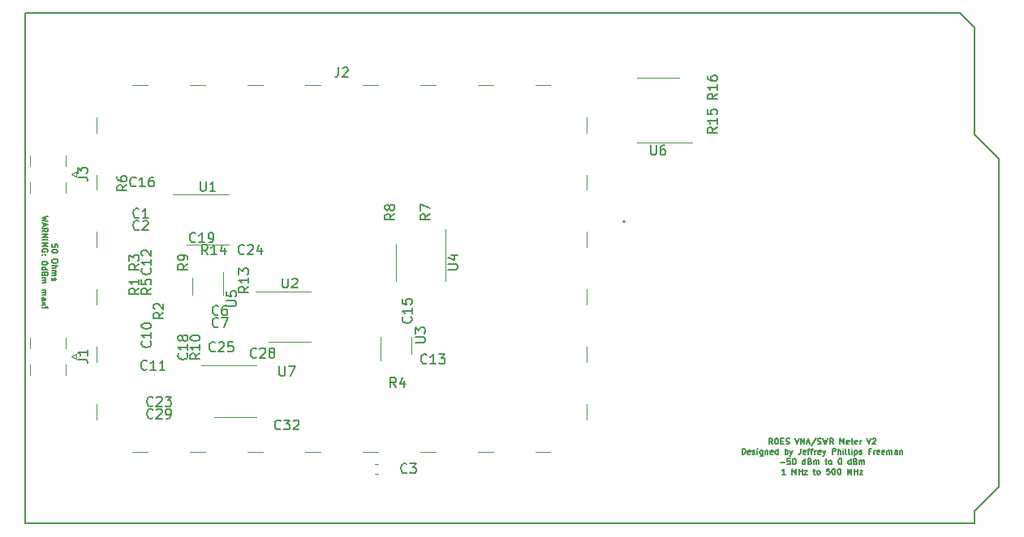
<source format=gbr>
%TF.GenerationSoftware,KiCad,Pcbnew,5.1.6*%
%TF.CreationDate,2020-09-04T11:32:19-04:00*%
%TF.ProjectId,rf-analyzer,72662d61-6e61-46c7-997a-65722e6b6963,rev?*%
%TF.SameCoordinates,Original*%
%TF.FileFunction,Legend,Top*%
%TF.FilePolarity,Positive*%
%FSLAX46Y46*%
G04 Gerber Fmt 4.6, Leading zero omitted, Abs format (unit mm)*
G04 Created by KiCad (PCBNEW 5.1.6) date 2020-09-04 11:32:19*
%MOMM*%
%LPD*%
G01*
G04 APERTURE LIST*
%ADD10C,0.150000*%
%ADD11C,0.120000*%
G04 APERTURE END LIST*
D10*
X103723571Y-103175000D02*
X103723571Y-102889285D01*
X103437857Y-102860714D01*
X103466428Y-102889285D01*
X103495000Y-102946428D01*
X103495000Y-103089285D01*
X103466428Y-103146428D01*
X103437857Y-103175000D01*
X103380714Y-103203571D01*
X103237857Y-103203571D01*
X103180714Y-103175000D01*
X103152142Y-103146428D01*
X103123571Y-103089285D01*
X103123571Y-102946428D01*
X103152142Y-102889285D01*
X103180714Y-102860714D01*
X103723571Y-103575000D02*
X103723571Y-103632142D01*
X103695000Y-103689285D01*
X103666428Y-103717857D01*
X103609285Y-103746428D01*
X103495000Y-103775000D01*
X103352142Y-103775000D01*
X103237857Y-103746428D01*
X103180714Y-103717857D01*
X103152142Y-103689285D01*
X103123571Y-103632142D01*
X103123571Y-103575000D01*
X103152142Y-103517857D01*
X103180714Y-103489285D01*
X103237857Y-103460714D01*
X103352142Y-103432142D01*
X103495000Y-103432142D01*
X103609285Y-103460714D01*
X103666428Y-103489285D01*
X103695000Y-103517857D01*
X103723571Y-103575000D01*
X103723571Y-104603571D02*
X103723571Y-104717857D01*
X103695000Y-104775000D01*
X103637857Y-104832142D01*
X103523571Y-104860714D01*
X103323571Y-104860714D01*
X103209285Y-104832142D01*
X103152142Y-104775000D01*
X103123571Y-104717857D01*
X103123571Y-104603571D01*
X103152142Y-104546428D01*
X103209285Y-104489285D01*
X103323571Y-104460714D01*
X103523571Y-104460714D01*
X103637857Y-104489285D01*
X103695000Y-104546428D01*
X103723571Y-104603571D01*
X103123571Y-105117857D02*
X103723571Y-105117857D01*
X103123571Y-105375000D02*
X103437857Y-105375000D01*
X103495000Y-105346428D01*
X103523571Y-105289285D01*
X103523571Y-105203571D01*
X103495000Y-105146428D01*
X103466428Y-105117857D01*
X103123571Y-105660714D02*
X103523571Y-105660714D01*
X103466428Y-105660714D02*
X103495000Y-105689285D01*
X103523571Y-105746428D01*
X103523571Y-105832142D01*
X103495000Y-105889285D01*
X103437857Y-105917857D01*
X103123571Y-105917857D01*
X103437857Y-105917857D02*
X103495000Y-105946428D01*
X103523571Y-106003571D01*
X103523571Y-106089285D01*
X103495000Y-106146428D01*
X103437857Y-106175000D01*
X103123571Y-106175000D01*
X103152142Y-106432142D02*
X103123571Y-106489285D01*
X103123571Y-106603571D01*
X103152142Y-106660714D01*
X103209285Y-106689285D01*
X103237857Y-106689285D01*
X103295000Y-106660714D01*
X103323571Y-106603571D01*
X103323571Y-106517857D01*
X103352142Y-106460714D01*
X103409285Y-106432142D01*
X103437857Y-106432142D01*
X103495000Y-106460714D01*
X103523571Y-106517857D01*
X103523571Y-106603571D01*
X103495000Y-106660714D01*
X102673571Y-99975000D02*
X102073571Y-100117857D01*
X102502142Y-100232142D01*
X102073571Y-100346428D01*
X102673571Y-100489285D01*
X102245000Y-100689285D02*
X102245000Y-100975000D01*
X102073571Y-100632142D02*
X102673571Y-100832142D01*
X102073571Y-101032142D01*
X102073571Y-101575000D02*
X102359285Y-101375000D01*
X102073571Y-101232142D02*
X102673571Y-101232142D01*
X102673571Y-101460714D01*
X102645000Y-101517857D01*
X102616428Y-101546428D01*
X102559285Y-101575000D01*
X102473571Y-101575000D01*
X102416428Y-101546428D01*
X102387857Y-101517857D01*
X102359285Y-101460714D01*
X102359285Y-101232142D01*
X102073571Y-101832142D02*
X102673571Y-101832142D01*
X102073571Y-102175000D01*
X102673571Y-102175000D01*
X102073571Y-102460714D02*
X102673571Y-102460714D01*
X102073571Y-102746428D02*
X102673571Y-102746428D01*
X102073571Y-103089285D01*
X102673571Y-103089285D01*
X102645000Y-103689285D02*
X102673571Y-103632142D01*
X102673571Y-103546428D01*
X102645000Y-103460714D01*
X102587857Y-103403571D01*
X102530714Y-103375000D01*
X102416428Y-103346428D01*
X102330714Y-103346428D01*
X102216428Y-103375000D01*
X102159285Y-103403571D01*
X102102142Y-103460714D01*
X102073571Y-103546428D01*
X102073571Y-103603571D01*
X102102142Y-103689285D01*
X102130714Y-103717857D01*
X102330714Y-103717857D01*
X102330714Y-103603571D01*
X102130714Y-103975000D02*
X102102142Y-104003571D01*
X102073571Y-103975000D01*
X102102142Y-103946428D01*
X102130714Y-103975000D01*
X102073571Y-103975000D01*
X102445000Y-103975000D02*
X102416428Y-104003571D01*
X102387857Y-103975000D01*
X102416428Y-103946428D01*
X102445000Y-103975000D01*
X102387857Y-103975000D01*
X102673571Y-104832142D02*
X102673571Y-104889285D01*
X102645000Y-104946428D01*
X102616428Y-104975000D01*
X102559285Y-105003571D01*
X102445000Y-105032142D01*
X102302142Y-105032142D01*
X102187857Y-105003571D01*
X102130714Y-104975000D01*
X102102142Y-104946428D01*
X102073571Y-104889285D01*
X102073571Y-104832142D01*
X102102142Y-104775000D01*
X102130714Y-104746428D01*
X102187857Y-104717857D01*
X102302142Y-104689285D01*
X102445000Y-104689285D01*
X102559285Y-104717857D01*
X102616428Y-104746428D01*
X102645000Y-104775000D01*
X102673571Y-104832142D01*
X102073571Y-105546428D02*
X102673571Y-105546428D01*
X102102142Y-105546428D02*
X102073571Y-105489285D01*
X102073571Y-105375000D01*
X102102142Y-105317857D01*
X102130714Y-105289285D01*
X102187857Y-105260714D01*
X102359285Y-105260714D01*
X102416428Y-105289285D01*
X102445000Y-105317857D01*
X102473571Y-105375000D01*
X102473571Y-105489285D01*
X102445000Y-105546428D01*
X102387857Y-106032142D02*
X102359285Y-106117857D01*
X102330714Y-106146428D01*
X102273571Y-106175000D01*
X102187857Y-106175000D01*
X102130714Y-106146428D01*
X102102142Y-106117857D01*
X102073571Y-106060714D01*
X102073571Y-105832142D01*
X102673571Y-105832142D01*
X102673571Y-106032142D01*
X102645000Y-106089285D01*
X102616428Y-106117857D01*
X102559285Y-106146428D01*
X102502142Y-106146428D01*
X102445000Y-106117857D01*
X102416428Y-106089285D01*
X102387857Y-106032142D01*
X102387857Y-105832142D01*
X102073571Y-106432142D02*
X102473571Y-106432142D01*
X102416428Y-106432142D02*
X102445000Y-106460714D01*
X102473571Y-106517857D01*
X102473571Y-106603571D01*
X102445000Y-106660714D01*
X102387857Y-106689285D01*
X102073571Y-106689285D01*
X102387857Y-106689285D02*
X102445000Y-106717857D01*
X102473571Y-106775000D01*
X102473571Y-106860714D01*
X102445000Y-106917857D01*
X102387857Y-106946428D01*
X102073571Y-106946428D01*
X102073571Y-107689285D02*
X102473571Y-107689285D01*
X102416428Y-107689285D02*
X102445000Y-107717857D01*
X102473571Y-107775000D01*
X102473571Y-107860714D01*
X102445000Y-107917857D01*
X102387857Y-107946428D01*
X102073571Y-107946428D01*
X102387857Y-107946428D02*
X102445000Y-107975000D01*
X102473571Y-108032142D01*
X102473571Y-108117857D01*
X102445000Y-108175000D01*
X102387857Y-108203571D01*
X102073571Y-108203571D01*
X102073571Y-108746428D02*
X102387857Y-108746428D01*
X102445000Y-108717857D01*
X102473571Y-108660714D01*
X102473571Y-108546428D01*
X102445000Y-108489285D01*
X102102142Y-108746428D02*
X102073571Y-108689285D01*
X102073571Y-108546428D01*
X102102142Y-108489285D01*
X102159285Y-108460714D01*
X102216428Y-108460714D01*
X102273571Y-108489285D01*
X102302142Y-108546428D01*
X102302142Y-108689285D01*
X102330714Y-108746428D01*
X102073571Y-108975000D02*
X102473571Y-109289285D01*
X102473571Y-108975000D02*
X102073571Y-109289285D01*
X102130714Y-109517857D02*
X102102142Y-109546428D01*
X102073571Y-109517857D01*
X102102142Y-109489285D01*
X102130714Y-109517857D01*
X102073571Y-109517857D01*
X102302142Y-109517857D02*
X102645000Y-109489285D01*
X102673571Y-109517857D01*
X102645000Y-109546428D01*
X102302142Y-109517857D01*
X102673571Y-109517857D01*
X178315000Y-123791428D02*
X178115000Y-123505714D01*
X177972142Y-123791428D02*
X177972142Y-123191428D01*
X178200714Y-123191428D01*
X178257857Y-123220000D01*
X178286428Y-123248571D01*
X178315000Y-123305714D01*
X178315000Y-123391428D01*
X178286428Y-123448571D01*
X178257857Y-123477142D01*
X178200714Y-123505714D01*
X177972142Y-123505714D01*
X178686428Y-123191428D02*
X178800714Y-123191428D01*
X178857857Y-123220000D01*
X178915000Y-123277142D01*
X178943571Y-123391428D01*
X178943571Y-123591428D01*
X178915000Y-123705714D01*
X178857857Y-123762857D01*
X178800714Y-123791428D01*
X178686428Y-123791428D01*
X178629285Y-123762857D01*
X178572142Y-123705714D01*
X178543571Y-123591428D01*
X178543571Y-123391428D01*
X178572142Y-123277142D01*
X178629285Y-123220000D01*
X178686428Y-123191428D01*
X179200714Y-123477142D02*
X179400714Y-123477142D01*
X179486428Y-123791428D02*
X179200714Y-123791428D01*
X179200714Y-123191428D01*
X179486428Y-123191428D01*
X179715000Y-123762857D02*
X179800714Y-123791428D01*
X179943571Y-123791428D01*
X180000714Y-123762857D01*
X180029285Y-123734285D01*
X180057857Y-123677142D01*
X180057857Y-123620000D01*
X180029285Y-123562857D01*
X180000714Y-123534285D01*
X179943571Y-123505714D01*
X179829285Y-123477142D01*
X179772142Y-123448571D01*
X179743571Y-123420000D01*
X179715000Y-123362857D01*
X179715000Y-123305714D01*
X179743571Y-123248571D01*
X179772142Y-123220000D01*
X179829285Y-123191428D01*
X179972142Y-123191428D01*
X180057857Y-123220000D01*
X180686428Y-123191428D02*
X180886428Y-123791428D01*
X181086428Y-123191428D01*
X181286428Y-123791428D02*
X181286428Y-123191428D01*
X181629285Y-123791428D01*
X181629285Y-123191428D01*
X181886428Y-123620000D02*
X182172142Y-123620000D01*
X181829285Y-123791428D02*
X182029285Y-123191428D01*
X182229285Y-123791428D01*
X182857857Y-123162857D02*
X182343571Y-123934285D01*
X183029285Y-123762857D02*
X183115000Y-123791428D01*
X183257857Y-123791428D01*
X183315000Y-123762857D01*
X183343571Y-123734285D01*
X183372142Y-123677142D01*
X183372142Y-123620000D01*
X183343571Y-123562857D01*
X183315000Y-123534285D01*
X183257857Y-123505714D01*
X183143571Y-123477142D01*
X183086428Y-123448571D01*
X183057857Y-123420000D01*
X183029285Y-123362857D01*
X183029285Y-123305714D01*
X183057857Y-123248571D01*
X183086428Y-123220000D01*
X183143571Y-123191428D01*
X183286428Y-123191428D01*
X183372142Y-123220000D01*
X183572142Y-123191428D02*
X183715000Y-123791428D01*
X183829285Y-123362857D01*
X183943571Y-123791428D01*
X184086428Y-123191428D01*
X184657857Y-123791428D02*
X184457857Y-123505714D01*
X184315000Y-123791428D02*
X184315000Y-123191428D01*
X184543571Y-123191428D01*
X184600714Y-123220000D01*
X184629285Y-123248571D01*
X184657857Y-123305714D01*
X184657857Y-123391428D01*
X184629285Y-123448571D01*
X184600714Y-123477142D01*
X184543571Y-123505714D01*
X184315000Y-123505714D01*
X185372142Y-123791428D02*
X185372142Y-123191428D01*
X185572142Y-123620000D01*
X185772142Y-123191428D01*
X185772142Y-123791428D01*
X186286428Y-123762857D02*
X186229285Y-123791428D01*
X186115000Y-123791428D01*
X186057857Y-123762857D01*
X186029285Y-123705714D01*
X186029285Y-123477142D01*
X186057857Y-123420000D01*
X186115000Y-123391428D01*
X186229285Y-123391428D01*
X186286428Y-123420000D01*
X186315000Y-123477142D01*
X186315000Y-123534285D01*
X186029285Y-123591428D01*
X186486428Y-123391428D02*
X186715000Y-123391428D01*
X186572142Y-123191428D02*
X186572142Y-123705714D01*
X186600714Y-123762857D01*
X186657857Y-123791428D01*
X186715000Y-123791428D01*
X187143571Y-123762857D02*
X187086428Y-123791428D01*
X186972142Y-123791428D01*
X186915000Y-123762857D01*
X186886428Y-123705714D01*
X186886428Y-123477142D01*
X186915000Y-123420000D01*
X186972142Y-123391428D01*
X187086428Y-123391428D01*
X187143571Y-123420000D01*
X187172142Y-123477142D01*
X187172142Y-123534285D01*
X186886428Y-123591428D01*
X187429285Y-123791428D02*
X187429285Y-123391428D01*
X187429285Y-123505714D02*
X187457857Y-123448571D01*
X187486428Y-123420000D01*
X187543571Y-123391428D01*
X187600714Y-123391428D01*
X188172142Y-123191428D02*
X188372142Y-123791428D01*
X188572142Y-123191428D01*
X188743571Y-123248571D02*
X188772142Y-123220000D01*
X188829285Y-123191428D01*
X188972142Y-123191428D01*
X189029285Y-123220000D01*
X189057857Y-123248571D01*
X189086428Y-123305714D01*
X189086428Y-123362857D01*
X189057857Y-123448571D01*
X188715000Y-123791428D01*
X189086428Y-123791428D01*
X175143571Y-124841428D02*
X175143571Y-124241428D01*
X175286428Y-124241428D01*
X175372142Y-124270000D01*
X175429285Y-124327142D01*
X175457857Y-124384285D01*
X175486428Y-124498571D01*
X175486428Y-124584285D01*
X175457857Y-124698571D01*
X175429285Y-124755714D01*
X175372142Y-124812857D01*
X175286428Y-124841428D01*
X175143571Y-124841428D01*
X175972142Y-124812857D02*
X175915000Y-124841428D01*
X175800714Y-124841428D01*
X175743571Y-124812857D01*
X175715000Y-124755714D01*
X175715000Y-124527142D01*
X175743571Y-124470000D01*
X175800714Y-124441428D01*
X175915000Y-124441428D01*
X175972142Y-124470000D01*
X176000714Y-124527142D01*
X176000714Y-124584285D01*
X175715000Y-124641428D01*
X176229285Y-124812857D02*
X176286428Y-124841428D01*
X176400714Y-124841428D01*
X176457857Y-124812857D01*
X176486428Y-124755714D01*
X176486428Y-124727142D01*
X176457857Y-124670000D01*
X176400714Y-124641428D01*
X176315000Y-124641428D01*
X176257857Y-124612857D01*
X176229285Y-124555714D01*
X176229285Y-124527142D01*
X176257857Y-124470000D01*
X176315000Y-124441428D01*
X176400714Y-124441428D01*
X176457857Y-124470000D01*
X176743571Y-124841428D02*
X176743571Y-124441428D01*
X176743571Y-124241428D02*
X176715000Y-124270000D01*
X176743571Y-124298571D01*
X176772142Y-124270000D01*
X176743571Y-124241428D01*
X176743571Y-124298571D01*
X177286428Y-124441428D02*
X177286428Y-124927142D01*
X177257857Y-124984285D01*
X177229285Y-125012857D01*
X177172142Y-125041428D01*
X177086428Y-125041428D01*
X177029285Y-125012857D01*
X177286428Y-124812857D02*
X177229285Y-124841428D01*
X177115000Y-124841428D01*
X177057857Y-124812857D01*
X177029285Y-124784285D01*
X177000714Y-124727142D01*
X177000714Y-124555714D01*
X177029285Y-124498571D01*
X177057857Y-124470000D01*
X177115000Y-124441428D01*
X177229285Y-124441428D01*
X177286428Y-124470000D01*
X177572142Y-124441428D02*
X177572142Y-124841428D01*
X177572142Y-124498571D02*
X177600714Y-124470000D01*
X177657857Y-124441428D01*
X177743571Y-124441428D01*
X177800714Y-124470000D01*
X177829285Y-124527142D01*
X177829285Y-124841428D01*
X178343571Y-124812857D02*
X178286428Y-124841428D01*
X178172142Y-124841428D01*
X178115000Y-124812857D01*
X178086428Y-124755714D01*
X178086428Y-124527142D01*
X178115000Y-124470000D01*
X178172142Y-124441428D01*
X178286428Y-124441428D01*
X178343571Y-124470000D01*
X178372142Y-124527142D01*
X178372142Y-124584285D01*
X178086428Y-124641428D01*
X178886428Y-124841428D02*
X178886428Y-124241428D01*
X178886428Y-124812857D02*
X178829285Y-124841428D01*
X178715000Y-124841428D01*
X178657857Y-124812857D01*
X178629285Y-124784285D01*
X178600714Y-124727142D01*
X178600714Y-124555714D01*
X178629285Y-124498571D01*
X178657857Y-124470000D01*
X178715000Y-124441428D01*
X178829285Y-124441428D01*
X178886428Y-124470000D01*
X179629285Y-124841428D02*
X179629285Y-124241428D01*
X179629285Y-124470000D02*
X179686428Y-124441428D01*
X179800714Y-124441428D01*
X179857857Y-124470000D01*
X179886428Y-124498571D01*
X179915000Y-124555714D01*
X179915000Y-124727142D01*
X179886428Y-124784285D01*
X179857857Y-124812857D01*
X179800714Y-124841428D01*
X179686428Y-124841428D01*
X179629285Y-124812857D01*
X180115000Y-124441428D02*
X180257857Y-124841428D01*
X180400714Y-124441428D02*
X180257857Y-124841428D01*
X180200714Y-124984285D01*
X180172142Y-125012857D01*
X180115000Y-125041428D01*
X181257857Y-124241428D02*
X181257857Y-124670000D01*
X181229285Y-124755714D01*
X181172142Y-124812857D01*
X181086428Y-124841428D01*
X181029285Y-124841428D01*
X181772142Y-124812857D02*
X181715000Y-124841428D01*
X181600714Y-124841428D01*
X181543571Y-124812857D01*
X181515000Y-124755714D01*
X181515000Y-124527142D01*
X181543571Y-124470000D01*
X181600714Y-124441428D01*
X181715000Y-124441428D01*
X181772142Y-124470000D01*
X181800714Y-124527142D01*
X181800714Y-124584285D01*
X181515000Y-124641428D01*
X181972142Y-124441428D02*
X182200714Y-124441428D01*
X182057857Y-124841428D02*
X182057857Y-124327142D01*
X182086428Y-124270000D01*
X182143571Y-124241428D01*
X182200714Y-124241428D01*
X182315000Y-124441428D02*
X182543571Y-124441428D01*
X182400714Y-124841428D02*
X182400714Y-124327142D01*
X182429285Y-124270000D01*
X182486428Y-124241428D01*
X182543571Y-124241428D01*
X182743571Y-124841428D02*
X182743571Y-124441428D01*
X182743571Y-124555714D02*
X182772142Y-124498571D01*
X182800714Y-124470000D01*
X182857857Y-124441428D01*
X182915000Y-124441428D01*
X183343571Y-124812857D02*
X183286428Y-124841428D01*
X183172142Y-124841428D01*
X183115000Y-124812857D01*
X183086428Y-124755714D01*
X183086428Y-124527142D01*
X183115000Y-124470000D01*
X183172142Y-124441428D01*
X183286428Y-124441428D01*
X183343571Y-124470000D01*
X183372142Y-124527142D01*
X183372142Y-124584285D01*
X183086428Y-124641428D01*
X183572142Y-124441428D02*
X183715000Y-124841428D01*
X183857857Y-124441428D02*
X183715000Y-124841428D01*
X183657857Y-124984285D01*
X183629285Y-125012857D01*
X183572142Y-125041428D01*
X184543571Y-124841428D02*
X184543571Y-124241428D01*
X184772142Y-124241428D01*
X184829285Y-124270000D01*
X184857857Y-124298571D01*
X184886428Y-124355714D01*
X184886428Y-124441428D01*
X184857857Y-124498571D01*
X184829285Y-124527142D01*
X184772142Y-124555714D01*
X184543571Y-124555714D01*
X185143571Y-124841428D02*
X185143571Y-124241428D01*
X185400714Y-124841428D02*
X185400714Y-124527142D01*
X185372142Y-124470000D01*
X185315000Y-124441428D01*
X185229285Y-124441428D01*
X185172142Y-124470000D01*
X185143571Y-124498571D01*
X185686428Y-124841428D02*
X185686428Y-124441428D01*
X185686428Y-124241428D02*
X185657857Y-124270000D01*
X185686428Y-124298571D01*
X185715000Y-124270000D01*
X185686428Y-124241428D01*
X185686428Y-124298571D01*
X186057857Y-124841428D02*
X186000714Y-124812857D01*
X185972142Y-124755714D01*
X185972142Y-124241428D01*
X186372142Y-124841428D02*
X186315000Y-124812857D01*
X186286428Y-124755714D01*
X186286428Y-124241428D01*
X186600714Y-124841428D02*
X186600714Y-124441428D01*
X186600714Y-124241428D02*
X186572142Y-124270000D01*
X186600714Y-124298571D01*
X186629285Y-124270000D01*
X186600714Y-124241428D01*
X186600714Y-124298571D01*
X186886428Y-124441428D02*
X186886428Y-125041428D01*
X186886428Y-124470000D02*
X186943571Y-124441428D01*
X187057857Y-124441428D01*
X187115000Y-124470000D01*
X187143571Y-124498571D01*
X187172142Y-124555714D01*
X187172142Y-124727142D01*
X187143571Y-124784285D01*
X187115000Y-124812857D01*
X187057857Y-124841428D01*
X186943571Y-124841428D01*
X186886428Y-124812857D01*
X187400714Y-124812857D02*
X187457857Y-124841428D01*
X187572142Y-124841428D01*
X187629285Y-124812857D01*
X187657857Y-124755714D01*
X187657857Y-124727142D01*
X187629285Y-124670000D01*
X187572142Y-124641428D01*
X187486428Y-124641428D01*
X187429285Y-124612857D01*
X187400714Y-124555714D01*
X187400714Y-124527142D01*
X187429285Y-124470000D01*
X187486428Y-124441428D01*
X187572142Y-124441428D01*
X187629285Y-124470000D01*
X188572142Y-124527142D02*
X188372142Y-124527142D01*
X188372142Y-124841428D02*
X188372142Y-124241428D01*
X188657857Y-124241428D01*
X188886428Y-124841428D02*
X188886428Y-124441428D01*
X188886428Y-124555714D02*
X188915000Y-124498571D01*
X188943571Y-124470000D01*
X189000714Y-124441428D01*
X189057857Y-124441428D01*
X189486428Y-124812857D02*
X189429285Y-124841428D01*
X189315000Y-124841428D01*
X189257857Y-124812857D01*
X189229285Y-124755714D01*
X189229285Y-124527142D01*
X189257857Y-124470000D01*
X189315000Y-124441428D01*
X189429285Y-124441428D01*
X189486428Y-124470000D01*
X189515000Y-124527142D01*
X189515000Y-124584285D01*
X189229285Y-124641428D01*
X190000714Y-124812857D02*
X189943571Y-124841428D01*
X189829285Y-124841428D01*
X189772142Y-124812857D01*
X189743571Y-124755714D01*
X189743571Y-124527142D01*
X189772142Y-124470000D01*
X189829285Y-124441428D01*
X189943571Y-124441428D01*
X190000714Y-124470000D01*
X190029285Y-124527142D01*
X190029285Y-124584285D01*
X189743571Y-124641428D01*
X190286428Y-124841428D02*
X190286428Y-124441428D01*
X190286428Y-124498571D02*
X190315000Y-124470000D01*
X190372142Y-124441428D01*
X190457857Y-124441428D01*
X190515000Y-124470000D01*
X190543571Y-124527142D01*
X190543571Y-124841428D01*
X190543571Y-124527142D02*
X190572142Y-124470000D01*
X190629285Y-124441428D01*
X190715000Y-124441428D01*
X190772142Y-124470000D01*
X190800714Y-124527142D01*
X190800714Y-124841428D01*
X191343571Y-124841428D02*
X191343571Y-124527142D01*
X191315000Y-124470000D01*
X191257857Y-124441428D01*
X191143571Y-124441428D01*
X191086428Y-124470000D01*
X191343571Y-124812857D02*
X191286428Y-124841428D01*
X191143571Y-124841428D01*
X191086428Y-124812857D01*
X191057857Y-124755714D01*
X191057857Y-124698571D01*
X191086428Y-124641428D01*
X191143571Y-124612857D01*
X191286428Y-124612857D01*
X191343571Y-124584285D01*
X191629285Y-124441428D02*
X191629285Y-124841428D01*
X191629285Y-124498571D02*
X191657857Y-124470000D01*
X191715000Y-124441428D01*
X191800714Y-124441428D01*
X191857857Y-124470000D01*
X191886428Y-124527142D01*
X191886428Y-124841428D01*
X179129285Y-125662857D02*
X179586428Y-125662857D01*
X180157857Y-125291428D02*
X179872142Y-125291428D01*
X179843571Y-125577142D01*
X179872142Y-125548571D01*
X179929285Y-125520000D01*
X180072142Y-125520000D01*
X180129285Y-125548571D01*
X180157857Y-125577142D01*
X180186428Y-125634285D01*
X180186428Y-125777142D01*
X180157857Y-125834285D01*
X180129285Y-125862857D01*
X180072142Y-125891428D01*
X179929285Y-125891428D01*
X179872142Y-125862857D01*
X179843571Y-125834285D01*
X180557857Y-125291428D02*
X180615000Y-125291428D01*
X180672142Y-125320000D01*
X180700714Y-125348571D01*
X180729285Y-125405714D01*
X180757857Y-125520000D01*
X180757857Y-125662857D01*
X180729285Y-125777142D01*
X180700714Y-125834285D01*
X180672142Y-125862857D01*
X180615000Y-125891428D01*
X180557857Y-125891428D01*
X180500714Y-125862857D01*
X180472142Y-125834285D01*
X180443571Y-125777142D01*
X180415000Y-125662857D01*
X180415000Y-125520000D01*
X180443571Y-125405714D01*
X180472142Y-125348571D01*
X180500714Y-125320000D01*
X180557857Y-125291428D01*
X181729285Y-125891428D02*
X181729285Y-125291428D01*
X181729285Y-125862857D02*
X181672142Y-125891428D01*
X181557857Y-125891428D01*
X181500714Y-125862857D01*
X181472142Y-125834285D01*
X181443571Y-125777142D01*
X181443571Y-125605714D01*
X181472142Y-125548571D01*
X181500714Y-125520000D01*
X181557857Y-125491428D01*
X181672142Y-125491428D01*
X181729285Y-125520000D01*
X182215000Y-125577142D02*
X182300714Y-125605714D01*
X182329285Y-125634285D01*
X182357857Y-125691428D01*
X182357857Y-125777142D01*
X182329285Y-125834285D01*
X182300714Y-125862857D01*
X182243571Y-125891428D01*
X182015000Y-125891428D01*
X182015000Y-125291428D01*
X182215000Y-125291428D01*
X182272142Y-125320000D01*
X182300714Y-125348571D01*
X182329285Y-125405714D01*
X182329285Y-125462857D01*
X182300714Y-125520000D01*
X182272142Y-125548571D01*
X182215000Y-125577142D01*
X182015000Y-125577142D01*
X182615000Y-125891428D02*
X182615000Y-125491428D01*
X182615000Y-125548571D02*
X182643571Y-125520000D01*
X182700714Y-125491428D01*
X182786428Y-125491428D01*
X182843571Y-125520000D01*
X182872142Y-125577142D01*
X182872142Y-125891428D01*
X182872142Y-125577142D02*
X182900714Y-125520000D01*
X182957857Y-125491428D01*
X183043571Y-125491428D01*
X183100714Y-125520000D01*
X183129285Y-125577142D01*
X183129285Y-125891428D01*
X183786428Y-125491428D02*
X184015000Y-125491428D01*
X183872142Y-125291428D02*
X183872142Y-125805714D01*
X183900714Y-125862857D01*
X183957857Y-125891428D01*
X184015000Y-125891428D01*
X184300714Y-125891428D02*
X184243571Y-125862857D01*
X184215000Y-125834285D01*
X184186428Y-125777142D01*
X184186428Y-125605714D01*
X184215000Y-125548571D01*
X184243571Y-125520000D01*
X184300714Y-125491428D01*
X184386428Y-125491428D01*
X184443571Y-125520000D01*
X184472142Y-125548571D01*
X184500714Y-125605714D01*
X184500714Y-125777142D01*
X184472142Y-125834285D01*
X184443571Y-125862857D01*
X184386428Y-125891428D01*
X184300714Y-125891428D01*
X185329285Y-125291428D02*
X185386428Y-125291428D01*
X185443571Y-125320000D01*
X185472142Y-125348571D01*
X185500714Y-125405714D01*
X185529285Y-125520000D01*
X185529285Y-125662857D01*
X185500714Y-125777142D01*
X185472142Y-125834285D01*
X185443571Y-125862857D01*
X185386428Y-125891428D01*
X185329285Y-125891428D01*
X185272142Y-125862857D01*
X185243571Y-125834285D01*
X185215000Y-125777142D01*
X185186428Y-125662857D01*
X185186428Y-125520000D01*
X185215000Y-125405714D01*
X185243571Y-125348571D01*
X185272142Y-125320000D01*
X185329285Y-125291428D01*
X186500714Y-125891428D02*
X186500714Y-125291428D01*
X186500714Y-125862857D02*
X186443571Y-125891428D01*
X186329285Y-125891428D01*
X186272142Y-125862857D01*
X186243571Y-125834285D01*
X186215000Y-125777142D01*
X186215000Y-125605714D01*
X186243571Y-125548571D01*
X186272142Y-125520000D01*
X186329285Y-125491428D01*
X186443571Y-125491428D01*
X186500714Y-125520000D01*
X186986428Y-125577142D02*
X187072142Y-125605714D01*
X187100714Y-125634285D01*
X187129285Y-125691428D01*
X187129285Y-125777142D01*
X187100714Y-125834285D01*
X187072142Y-125862857D01*
X187015000Y-125891428D01*
X186786428Y-125891428D01*
X186786428Y-125291428D01*
X186986428Y-125291428D01*
X187043571Y-125320000D01*
X187072142Y-125348571D01*
X187100714Y-125405714D01*
X187100714Y-125462857D01*
X187072142Y-125520000D01*
X187043571Y-125548571D01*
X186986428Y-125577142D01*
X186786428Y-125577142D01*
X187386428Y-125891428D02*
X187386428Y-125491428D01*
X187386428Y-125548571D02*
X187415000Y-125520000D01*
X187472142Y-125491428D01*
X187557857Y-125491428D01*
X187615000Y-125520000D01*
X187643571Y-125577142D01*
X187643571Y-125891428D01*
X187643571Y-125577142D02*
X187672142Y-125520000D01*
X187729285Y-125491428D01*
X187815000Y-125491428D01*
X187872142Y-125520000D01*
X187900714Y-125577142D01*
X187900714Y-125891428D01*
X179672142Y-126941428D02*
X179329285Y-126941428D01*
X179500714Y-126941428D02*
X179500714Y-126341428D01*
X179443571Y-126427142D01*
X179386428Y-126484285D01*
X179329285Y-126512857D01*
X180386428Y-126941428D02*
X180386428Y-126341428D01*
X180586428Y-126770000D01*
X180786428Y-126341428D01*
X180786428Y-126941428D01*
X181072142Y-126941428D02*
X181072142Y-126341428D01*
X181072142Y-126627142D02*
X181415000Y-126627142D01*
X181415000Y-126941428D02*
X181415000Y-126341428D01*
X181643571Y-126541428D02*
X181957857Y-126541428D01*
X181643571Y-126941428D01*
X181957857Y-126941428D01*
X182557857Y-126541428D02*
X182786428Y-126541428D01*
X182643571Y-126341428D02*
X182643571Y-126855714D01*
X182672142Y-126912857D01*
X182729285Y-126941428D01*
X182786428Y-126941428D01*
X183072142Y-126941428D02*
X183015000Y-126912857D01*
X182986428Y-126884285D01*
X182957857Y-126827142D01*
X182957857Y-126655714D01*
X182986428Y-126598571D01*
X183015000Y-126570000D01*
X183072142Y-126541428D01*
X183157857Y-126541428D01*
X183215000Y-126570000D01*
X183243571Y-126598571D01*
X183272142Y-126655714D01*
X183272142Y-126827142D01*
X183243571Y-126884285D01*
X183215000Y-126912857D01*
X183157857Y-126941428D01*
X183072142Y-126941428D01*
X184272142Y-126341428D02*
X183986428Y-126341428D01*
X183957857Y-126627142D01*
X183986428Y-126598571D01*
X184043571Y-126570000D01*
X184186428Y-126570000D01*
X184243571Y-126598571D01*
X184272142Y-126627142D01*
X184300714Y-126684285D01*
X184300714Y-126827142D01*
X184272142Y-126884285D01*
X184243571Y-126912857D01*
X184186428Y-126941428D01*
X184043571Y-126941428D01*
X183986428Y-126912857D01*
X183957857Y-126884285D01*
X184672142Y-126341428D02*
X184729285Y-126341428D01*
X184786428Y-126370000D01*
X184815000Y-126398571D01*
X184843571Y-126455714D01*
X184872142Y-126570000D01*
X184872142Y-126712857D01*
X184843571Y-126827142D01*
X184815000Y-126884285D01*
X184786428Y-126912857D01*
X184729285Y-126941428D01*
X184672142Y-126941428D01*
X184615000Y-126912857D01*
X184586428Y-126884285D01*
X184557857Y-126827142D01*
X184529285Y-126712857D01*
X184529285Y-126570000D01*
X184557857Y-126455714D01*
X184586428Y-126398571D01*
X184615000Y-126370000D01*
X184672142Y-126341428D01*
X185243571Y-126341428D02*
X185300714Y-126341428D01*
X185357857Y-126370000D01*
X185386428Y-126398571D01*
X185415000Y-126455714D01*
X185443571Y-126570000D01*
X185443571Y-126712857D01*
X185415000Y-126827142D01*
X185386428Y-126884285D01*
X185357857Y-126912857D01*
X185300714Y-126941428D01*
X185243571Y-126941428D01*
X185186428Y-126912857D01*
X185157857Y-126884285D01*
X185129285Y-126827142D01*
X185100714Y-126712857D01*
X185100714Y-126570000D01*
X185129285Y-126455714D01*
X185157857Y-126398571D01*
X185186428Y-126370000D01*
X185243571Y-126341428D01*
X186157857Y-126941428D02*
X186157857Y-126341428D01*
X186357857Y-126770000D01*
X186557857Y-126341428D01*
X186557857Y-126941428D01*
X186843571Y-126941428D02*
X186843571Y-126341428D01*
X186843571Y-126627142D02*
X187186428Y-126627142D01*
X187186428Y-126941428D02*
X187186428Y-126341428D01*
X187415000Y-126541428D02*
X187729285Y-126541428D01*
X187415000Y-126941428D01*
X187729285Y-126941428D01*
D11*
%TO.C,U7*%
X122300000Y-115530000D02*
X118700000Y-115530000D01*
X122300000Y-115530000D02*
X124500000Y-115530000D01*
X122300000Y-121000000D02*
X120100000Y-121000000D01*
X122300000Y-121000000D02*
X124500000Y-121000000D01*
D10*
%TO.C,XA1*%
X100330000Y-78740000D02*
X197866000Y-78740000D01*
X100330000Y-132080000D02*
X199390000Y-132080000D01*
X197866000Y-78740000D02*
X199390000Y-80264000D01*
X199390000Y-132080000D02*
X199390000Y-130810000D01*
X199390000Y-130810000D02*
X201930000Y-128270000D01*
X201930000Y-128270000D02*
X201930000Y-93980000D01*
X201930000Y-93980000D02*
X199390000Y-91440000D01*
X199390000Y-91440000D02*
X199390000Y-80264000D01*
X100330000Y-78740000D02*
X100330000Y-132080000D01*
D11*
%TO.C,U6*%
X166370000Y-92285000D02*
X169970000Y-92285000D01*
X166370000Y-92285000D02*
X164170000Y-92285000D01*
X166370000Y-85515000D02*
X168570000Y-85515000D01*
X166370000Y-85515000D02*
X164170000Y-85515000D01*
%TO.C,U5*%
X117770000Y-106415000D02*
X117770000Y-108215000D01*
X120990000Y-108215000D02*
X120990000Y-105765000D01*
%TO.C,U4*%
X144165000Y-104775000D02*
X144165000Y-101325000D01*
X144165000Y-104775000D02*
X144165000Y-106725000D01*
X139045000Y-104775000D02*
X139045000Y-102825000D01*
X139045000Y-104775000D02*
X139045000Y-106725000D01*
%TO.C,U3*%
X137455000Y-112595000D02*
X137455000Y-115045000D01*
X140675000Y-114395000D02*
X140675000Y-112595000D01*
%TO.C,U2*%
X127947500Y-107835000D02*
X124347500Y-107835000D01*
X127947500Y-107835000D02*
X130147500Y-107835000D01*
X127947500Y-113055000D02*
X125747500Y-113055000D01*
X127947500Y-113055000D02*
X130147500Y-113055000D01*
%TO.C,U1*%
X119380000Y-97720000D02*
X115780000Y-97720000D01*
X119380000Y-97720000D02*
X121580000Y-97720000D01*
X119380000Y-102940000D02*
X117180000Y-102940000D01*
X119380000Y-102940000D02*
X121580000Y-102940000D01*
%TO.C,J3*%
X104580000Y-96375000D02*
X104580000Y-97485000D01*
X104580000Y-93585000D02*
X104580000Y-94695000D01*
X100870000Y-96375000D02*
X100870000Y-97485000D01*
X100870000Y-93585000D02*
X100870000Y-94695000D01*
X105130000Y-95535000D02*
X105630000Y-95785000D01*
X105630000Y-95785000D02*
X105630000Y-95285000D01*
X105630000Y-95285000D02*
X105130000Y-95535000D01*
%TO.C,J2*%
X158900000Y-119610000D02*
X158900000Y-121210000D01*
X107800000Y-119610000D02*
X107800000Y-121210000D01*
X158900000Y-113610000D02*
X158900000Y-115210000D01*
X107800000Y-113610000D02*
X107800000Y-115210000D01*
X158900000Y-107610000D02*
X158900000Y-109210000D01*
X107800000Y-107610000D02*
X107800000Y-109210000D01*
X158900000Y-101610000D02*
X158900000Y-103210000D01*
X107800000Y-101610000D02*
X107800000Y-103210000D01*
X158900000Y-95610000D02*
X158900000Y-97210000D01*
X107800000Y-95610000D02*
X107800000Y-97210000D01*
X158900000Y-89610000D02*
X158900000Y-91210000D01*
X107800000Y-89610000D02*
X107800000Y-91210000D01*
X153550000Y-124610000D02*
X155150000Y-124610000D01*
X153550000Y-86210000D02*
X155150000Y-86210000D01*
X147550000Y-124610000D02*
X149150000Y-124610000D01*
X147550000Y-86210000D02*
X149150000Y-86210000D01*
X141550000Y-124610000D02*
X143150000Y-124610000D01*
X141550000Y-86210000D02*
X143150000Y-86210000D01*
X135550000Y-124610000D02*
X137150000Y-124610000D01*
X135550000Y-86210000D02*
X137150000Y-86210000D01*
X129550000Y-124610000D02*
X131150000Y-124610000D01*
X129550000Y-86210000D02*
X131150000Y-86210000D01*
X123550000Y-124610000D02*
X125150000Y-124610000D01*
X123550000Y-86210000D02*
X125150000Y-86210000D01*
X117550000Y-124610000D02*
X119150000Y-124610000D01*
X117550000Y-86210000D02*
X119150000Y-86210000D01*
X111550000Y-124610000D02*
X113150000Y-124610000D01*
X111550000Y-86210000D02*
X113150000Y-86210000D01*
%TO.C,J1*%
X104580000Y-115425000D02*
X104580000Y-116535000D01*
X104580000Y-112635000D02*
X104580000Y-113745000D01*
X100870000Y-115425000D02*
X100870000Y-116535000D01*
X100870000Y-112635000D02*
X100870000Y-113745000D01*
X105130000Y-114585000D02*
X105630000Y-114835000D01*
X105630000Y-114835000D02*
X105630000Y-114335000D01*
X105630000Y-114335000D02*
X105130000Y-114585000D01*
%TO.C,C3*%
X137170279Y-125855000D02*
X136844721Y-125855000D01*
X137170279Y-126875000D02*
X136844721Y-126875000D01*
%TO.C,U7*%
D10*
X126873095Y-115657380D02*
X126873095Y-116466904D01*
X126920714Y-116562142D01*
X126968333Y-116609761D01*
X127063571Y-116657380D01*
X127254047Y-116657380D01*
X127349285Y-116609761D01*
X127396904Y-116562142D01*
X127444523Y-116466904D01*
X127444523Y-115657380D01*
X127825476Y-115657380D02*
X128492142Y-115657380D01*
X128063571Y-116657380D01*
%TO.C,C32*%
X126992142Y-122177142D02*
X126944523Y-122224761D01*
X126801666Y-122272380D01*
X126706428Y-122272380D01*
X126563571Y-122224761D01*
X126468333Y-122129523D01*
X126420714Y-122034285D01*
X126373095Y-121843809D01*
X126373095Y-121700952D01*
X126420714Y-121510476D01*
X126468333Y-121415238D01*
X126563571Y-121320000D01*
X126706428Y-121272380D01*
X126801666Y-121272380D01*
X126944523Y-121320000D01*
X126992142Y-121367619D01*
X127325476Y-121272380D02*
X127944523Y-121272380D01*
X127611190Y-121653333D01*
X127754047Y-121653333D01*
X127849285Y-121700952D01*
X127896904Y-121748571D01*
X127944523Y-121843809D01*
X127944523Y-122081904D01*
X127896904Y-122177142D01*
X127849285Y-122224761D01*
X127754047Y-122272380D01*
X127468333Y-122272380D01*
X127373095Y-122224761D01*
X127325476Y-122177142D01*
X128325476Y-121367619D02*
X128373095Y-121320000D01*
X128468333Y-121272380D01*
X128706428Y-121272380D01*
X128801666Y-121320000D01*
X128849285Y-121367619D01*
X128896904Y-121462857D01*
X128896904Y-121558095D01*
X128849285Y-121700952D01*
X128277857Y-122272380D01*
X128896904Y-122272380D01*
%TO.C,C29*%
X113657142Y-121007142D02*
X113609523Y-121054761D01*
X113466666Y-121102380D01*
X113371428Y-121102380D01*
X113228571Y-121054761D01*
X113133333Y-120959523D01*
X113085714Y-120864285D01*
X113038095Y-120673809D01*
X113038095Y-120530952D01*
X113085714Y-120340476D01*
X113133333Y-120245238D01*
X113228571Y-120150000D01*
X113371428Y-120102380D01*
X113466666Y-120102380D01*
X113609523Y-120150000D01*
X113657142Y-120197619D01*
X114038095Y-120197619D02*
X114085714Y-120150000D01*
X114180952Y-120102380D01*
X114419047Y-120102380D01*
X114514285Y-120150000D01*
X114561904Y-120197619D01*
X114609523Y-120292857D01*
X114609523Y-120388095D01*
X114561904Y-120530952D01*
X113990476Y-121102380D01*
X114609523Y-121102380D01*
X115085714Y-121102380D02*
X115276190Y-121102380D01*
X115371428Y-121054761D01*
X115419047Y-121007142D01*
X115514285Y-120864285D01*
X115561904Y-120673809D01*
X115561904Y-120292857D01*
X115514285Y-120197619D01*
X115466666Y-120150000D01*
X115371428Y-120102380D01*
X115180952Y-120102380D01*
X115085714Y-120150000D01*
X115038095Y-120197619D01*
X114990476Y-120292857D01*
X114990476Y-120530952D01*
X115038095Y-120626190D01*
X115085714Y-120673809D01*
X115180952Y-120721428D01*
X115371428Y-120721428D01*
X115466666Y-120673809D01*
X115514285Y-120626190D01*
X115561904Y-120530952D01*
%TO.C,C28*%
X124452142Y-114657142D02*
X124404523Y-114704761D01*
X124261666Y-114752380D01*
X124166428Y-114752380D01*
X124023571Y-114704761D01*
X123928333Y-114609523D01*
X123880714Y-114514285D01*
X123833095Y-114323809D01*
X123833095Y-114180952D01*
X123880714Y-113990476D01*
X123928333Y-113895238D01*
X124023571Y-113800000D01*
X124166428Y-113752380D01*
X124261666Y-113752380D01*
X124404523Y-113800000D01*
X124452142Y-113847619D01*
X124833095Y-113847619D02*
X124880714Y-113800000D01*
X124975952Y-113752380D01*
X125214047Y-113752380D01*
X125309285Y-113800000D01*
X125356904Y-113847619D01*
X125404523Y-113942857D01*
X125404523Y-114038095D01*
X125356904Y-114180952D01*
X124785476Y-114752380D01*
X125404523Y-114752380D01*
X125975952Y-114180952D02*
X125880714Y-114133333D01*
X125833095Y-114085714D01*
X125785476Y-113990476D01*
X125785476Y-113942857D01*
X125833095Y-113847619D01*
X125880714Y-113800000D01*
X125975952Y-113752380D01*
X126166428Y-113752380D01*
X126261666Y-113800000D01*
X126309285Y-113847619D01*
X126356904Y-113942857D01*
X126356904Y-113990476D01*
X126309285Y-114085714D01*
X126261666Y-114133333D01*
X126166428Y-114180952D01*
X125975952Y-114180952D01*
X125880714Y-114228571D01*
X125833095Y-114276190D01*
X125785476Y-114371428D01*
X125785476Y-114561904D01*
X125833095Y-114657142D01*
X125880714Y-114704761D01*
X125975952Y-114752380D01*
X126166428Y-114752380D01*
X126261666Y-114704761D01*
X126309285Y-114657142D01*
X126356904Y-114561904D01*
X126356904Y-114371428D01*
X126309285Y-114276190D01*
X126261666Y-114228571D01*
X126166428Y-114180952D01*
%TO.C,C25*%
X120157142Y-114022142D02*
X120109523Y-114069761D01*
X119966666Y-114117380D01*
X119871428Y-114117380D01*
X119728571Y-114069761D01*
X119633333Y-113974523D01*
X119585714Y-113879285D01*
X119538095Y-113688809D01*
X119538095Y-113545952D01*
X119585714Y-113355476D01*
X119633333Y-113260238D01*
X119728571Y-113165000D01*
X119871428Y-113117380D01*
X119966666Y-113117380D01*
X120109523Y-113165000D01*
X120157142Y-113212619D01*
X120538095Y-113212619D02*
X120585714Y-113165000D01*
X120680952Y-113117380D01*
X120919047Y-113117380D01*
X121014285Y-113165000D01*
X121061904Y-113212619D01*
X121109523Y-113307857D01*
X121109523Y-113403095D01*
X121061904Y-113545952D01*
X120490476Y-114117380D01*
X121109523Y-114117380D01*
X122014285Y-113117380D02*
X121538095Y-113117380D01*
X121490476Y-113593571D01*
X121538095Y-113545952D01*
X121633333Y-113498333D01*
X121871428Y-113498333D01*
X121966666Y-113545952D01*
X122014285Y-113593571D01*
X122061904Y-113688809D01*
X122061904Y-113926904D01*
X122014285Y-114022142D01*
X121966666Y-114069761D01*
X121871428Y-114117380D01*
X121633333Y-114117380D01*
X121538095Y-114069761D01*
X121490476Y-114022142D01*
%TO.C,C23*%
X113657142Y-119737142D02*
X113609523Y-119784761D01*
X113466666Y-119832380D01*
X113371428Y-119832380D01*
X113228571Y-119784761D01*
X113133333Y-119689523D01*
X113085714Y-119594285D01*
X113038095Y-119403809D01*
X113038095Y-119260952D01*
X113085714Y-119070476D01*
X113133333Y-118975238D01*
X113228571Y-118880000D01*
X113371428Y-118832380D01*
X113466666Y-118832380D01*
X113609523Y-118880000D01*
X113657142Y-118927619D01*
X114038095Y-118927619D02*
X114085714Y-118880000D01*
X114180952Y-118832380D01*
X114419047Y-118832380D01*
X114514285Y-118880000D01*
X114561904Y-118927619D01*
X114609523Y-119022857D01*
X114609523Y-119118095D01*
X114561904Y-119260952D01*
X113990476Y-119832380D01*
X114609523Y-119832380D01*
X114942857Y-118832380D02*
X115561904Y-118832380D01*
X115228571Y-119213333D01*
X115371428Y-119213333D01*
X115466666Y-119260952D01*
X115514285Y-119308571D01*
X115561904Y-119403809D01*
X115561904Y-119641904D01*
X115514285Y-119737142D01*
X115466666Y-119784761D01*
X115371428Y-119832380D01*
X115085714Y-119832380D01*
X114990476Y-119784761D01*
X114942857Y-119737142D01*
%TO.C,XA1*%
X162814000Y-100433142D02*
X162861619Y-100480761D01*
X162814000Y-100528380D01*
X162766380Y-100480761D01*
X162814000Y-100433142D01*
X162814000Y-100528380D01*
%TO.C,U6*%
X165608095Y-92552380D02*
X165608095Y-93361904D01*
X165655714Y-93457142D01*
X165703333Y-93504761D01*
X165798571Y-93552380D01*
X165989047Y-93552380D01*
X166084285Y-93504761D01*
X166131904Y-93457142D01*
X166179523Y-93361904D01*
X166179523Y-92552380D01*
X167084285Y-92552380D02*
X166893809Y-92552380D01*
X166798571Y-92600000D01*
X166750952Y-92647619D01*
X166655714Y-92790476D01*
X166608095Y-92980952D01*
X166608095Y-93361904D01*
X166655714Y-93457142D01*
X166703333Y-93504761D01*
X166798571Y-93552380D01*
X166989047Y-93552380D01*
X167084285Y-93504761D01*
X167131904Y-93457142D01*
X167179523Y-93361904D01*
X167179523Y-93123809D01*
X167131904Y-93028571D01*
X167084285Y-92980952D01*
X166989047Y-92933333D01*
X166798571Y-92933333D01*
X166703333Y-92980952D01*
X166655714Y-93028571D01*
X166608095Y-93123809D01*
%TO.C,U5*%
X121372380Y-109346904D02*
X122181904Y-109346904D01*
X122277142Y-109299285D01*
X122324761Y-109251666D01*
X122372380Y-109156428D01*
X122372380Y-108965952D01*
X122324761Y-108870714D01*
X122277142Y-108823095D01*
X122181904Y-108775476D01*
X121372380Y-108775476D01*
X121372380Y-107823095D02*
X121372380Y-108299285D01*
X121848571Y-108346904D01*
X121800952Y-108299285D01*
X121753333Y-108204047D01*
X121753333Y-107965952D01*
X121800952Y-107870714D01*
X121848571Y-107823095D01*
X121943809Y-107775476D01*
X122181904Y-107775476D01*
X122277142Y-107823095D01*
X122324761Y-107870714D01*
X122372380Y-107965952D01*
X122372380Y-108204047D01*
X122324761Y-108299285D01*
X122277142Y-108346904D01*
%TO.C,U4*%
X144457380Y-105536904D02*
X145266904Y-105536904D01*
X145362142Y-105489285D01*
X145409761Y-105441666D01*
X145457380Y-105346428D01*
X145457380Y-105155952D01*
X145409761Y-105060714D01*
X145362142Y-105013095D01*
X145266904Y-104965476D01*
X144457380Y-104965476D01*
X144790714Y-104060714D02*
X145457380Y-104060714D01*
X144409761Y-104298809D02*
X145124047Y-104536904D01*
X145124047Y-103917857D01*
%TO.C,U3*%
X141057380Y-113156904D02*
X141866904Y-113156904D01*
X141962142Y-113109285D01*
X142009761Y-113061666D01*
X142057380Y-112966428D01*
X142057380Y-112775952D01*
X142009761Y-112680714D01*
X141962142Y-112633095D01*
X141866904Y-112585476D01*
X141057380Y-112585476D01*
X141057380Y-112204523D02*
X141057380Y-111585476D01*
X141438333Y-111918809D01*
X141438333Y-111775952D01*
X141485952Y-111680714D01*
X141533571Y-111633095D01*
X141628809Y-111585476D01*
X141866904Y-111585476D01*
X141962142Y-111633095D01*
X142009761Y-111680714D01*
X142057380Y-111775952D01*
X142057380Y-112061666D01*
X142009761Y-112156904D01*
X141962142Y-112204523D01*
%TO.C,U2*%
X127185595Y-106447380D02*
X127185595Y-107256904D01*
X127233214Y-107352142D01*
X127280833Y-107399761D01*
X127376071Y-107447380D01*
X127566547Y-107447380D01*
X127661785Y-107399761D01*
X127709404Y-107352142D01*
X127757023Y-107256904D01*
X127757023Y-106447380D01*
X128185595Y-106542619D02*
X128233214Y-106495000D01*
X128328452Y-106447380D01*
X128566547Y-106447380D01*
X128661785Y-106495000D01*
X128709404Y-106542619D01*
X128757023Y-106637857D01*
X128757023Y-106733095D01*
X128709404Y-106875952D01*
X128137976Y-107447380D01*
X128757023Y-107447380D01*
%TO.C,U1*%
X118618095Y-96332380D02*
X118618095Y-97141904D01*
X118665714Y-97237142D01*
X118713333Y-97284761D01*
X118808571Y-97332380D01*
X118999047Y-97332380D01*
X119094285Y-97284761D01*
X119141904Y-97237142D01*
X119189523Y-97141904D01*
X119189523Y-96332380D01*
X120189523Y-97332380D02*
X119618095Y-97332380D01*
X119903809Y-97332380D02*
X119903809Y-96332380D01*
X119808571Y-96475238D01*
X119713333Y-96570476D01*
X119618095Y-96618095D01*
%TO.C,R16*%
X172537380Y-87152857D02*
X172061190Y-87486190D01*
X172537380Y-87724285D02*
X171537380Y-87724285D01*
X171537380Y-87343333D01*
X171585000Y-87248095D01*
X171632619Y-87200476D01*
X171727857Y-87152857D01*
X171870714Y-87152857D01*
X171965952Y-87200476D01*
X172013571Y-87248095D01*
X172061190Y-87343333D01*
X172061190Y-87724285D01*
X172537380Y-86200476D02*
X172537380Y-86771904D01*
X172537380Y-86486190D02*
X171537380Y-86486190D01*
X171680238Y-86581428D01*
X171775476Y-86676666D01*
X171823095Y-86771904D01*
X171537380Y-85343333D02*
X171537380Y-85533809D01*
X171585000Y-85629047D01*
X171632619Y-85676666D01*
X171775476Y-85771904D01*
X171965952Y-85819523D01*
X172346904Y-85819523D01*
X172442142Y-85771904D01*
X172489761Y-85724285D01*
X172537380Y-85629047D01*
X172537380Y-85438571D01*
X172489761Y-85343333D01*
X172442142Y-85295714D01*
X172346904Y-85248095D01*
X172108809Y-85248095D01*
X172013571Y-85295714D01*
X171965952Y-85343333D01*
X171918333Y-85438571D01*
X171918333Y-85629047D01*
X171965952Y-85724285D01*
X172013571Y-85771904D01*
X172108809Y-85819523D01*
%TO.C,R15*%
X172537380Y-90662857D02*
X172061190Y-90996190D01*
X172537380Y-91234285D02*
X171537380Y-91234285D01*
X171537380Y-90853333D01*
X171585000Y-90758095D01*
X171632619Y-90710476D01*
X171727857Y-90662857D01*
X171870714Y-90662857D01*
X171965952Y-90710476D01*
X172013571Y-90758095D01*
X172061190Y-90853333D01*
X172061190Y-91234285D01*
X172537380Y-89710476D02*
X172537380Y-90281904D01*
X172537380Y-89996190D02*
X171537380Y-89996190D01*
X171680238Y-90091428D01*
X171775476Y-90186666D01*
X171823095Y-90281904D01*
X171537380Y-88805714D02*
X171537380Y-89281904D01*
X172013571Y-89329523D01*
X171965952Y-89281904D01*
X171918333Y-89186666D01*
X171918333Y-88948571D01*
X171965952Y-88853333D01*
X172013571Y-88805714D01*
X172108809Y-88758095D01*
X172346904Y-88758095D01*
X172442142Y-88805714D01*
X172489761Y-88853333D01*
X172537380Y-88948571D01*
X172537380Y-89186666D01*
X172489761Y-89281904D01*
X172442142Y-89329523D01*
%TO.C,R14*%
X119372142Y-103957380D02*
X119038809Y-103481190D01*
X118800714Y-103957380D02*
X118800714Y-102957380D01*
X119181666Y-102957380D01*
X119276904Y-103005000D01*
X119324523Y-103052619D01*
X119372142Y-103147857D01*
X119372142Y-103290714D01*
X119324523Y-103385952D01*
X119276904Y-103433571D01*
X119181666Y-103481190D01*
X118800714Y-103481190D01*
X120324523Y-103957380D02*
X119753095Y-103957380D01*
X120038809Y-103957380D02*
X120038809Y-102957380D01*
X119943571Y-103100238D01*
X119848333Y-103195476D01*
X119753095Y-103243095D01*
X121181666Y-103290714D02*
X121181666Y-103957380D01*
X120943571Y-102909761D02*
X120705476Y-103624047D01*
X121324523Y-103624047D01*
%TO.C,R13*%
X123642380Y-107322857D02*
X123166190Y-107656190D01*
X123642380Y-107894285D02*
X122642380Y-107894285D01*
X122642380Y-107513333D01*
X122690000Y-107418095D01*
X122737619Y-107370476D01*
X122832857Y-107322857D01*
X122975714Y-107322857D01*
X123070952Y-107370476D01*
X123118571Y-107418095D01*
X123166190Y-107513333D01*
X123166190Y-107894285D01*
X123642380Y-106370476D02*
X123642380Y-106941904D01*
X123642380Y-106656190D02*
X122642380Y-106656190D01*
X122785238Y-106751428D01*
X122880476Y-106846666D01*
X122928095Y-106941904D01*
X122642380Y-106037142D02*
X122642380Y-105418095D01*
X123023333Y-105751428D01*
X123023333Y-105608571D01*
X123070952Y-105513333D01*
X123118571Y-105465714D01*
X123213809Y-105418095D01*
X123451904Y-105418095D01*
X123547142Y-105465714D01*
X123594761Y-105513333D01*
X123642380Y-105608571D01*
X123642380Y-105894285D01*
X123594761Y-105989523D01*
X123547142Y-106037142D01*
%TO.C,R10*%
X118562380Y-114307857D02*
X118086190Y-114641190D01*
X118562380Y-114879285D02*
X117562380Y-114879285D01*
X117562380Y-114498333D01*
X117610000Y-114403095D01*
X117657619Y-114355476D01*
X117752857Y-114307857D01*
X117895714Y-114307857D01*
X117990952Y-114355476D01*
X118038571Y-114403095D01*
X118086190Y-114498333D01*
X118086190Y-114879285D01*
X118562380Y-113355476D02*
X118562380Y-113926904D01*
X118562380Y-113641190D02*
X117562380Y-113641190D01*
X117705238Y-113736428D01*
X117800476Y-113831666D01*
X117848095Y-113926904D01*
X117562380Y-112736428D02*
X117562380Y-112641190D01*
X117610000Y-112545952D01*
X117657619Y-112498333D01*
X117752857Y-112450714D01*
X117943333Y-112403095D01*
X118181428Y-112403095D01*
X118371904Y-112450714D01*
X118467142Y-112498333D01*
X118514761Y-112545952D01*
X118562380Y-112641190D01*
X118562380Y-112736428D01*
X118514761Y-112831666D01*
X118467142Y-112879285D01*
X118371904Y-112926904D01*
X118181428Y-112974523D01*
X117943333Y-112974523D01*
X117752857Y-112926904D01*
X117657619Y-112879285D01*
X117610000Y-112831666D01*
X117562380Y-112736428D01*
%TO.C,R9*%
X117292380Y-104941666D02*
X116816190Y-105275000D01*
X117292380Y-105513095D02*
X116292380Y-105513095D01*
X116292380Y-105132142D01*
X116340000Y-105036904D01*
X116387619Y-104989285D01*
X116482857Y-104941666D01*
X116625714Y-104941666D01*
X116720952Y-104989285D01*
X116768571Y-105036904D01*
X116816190Y-105132142D01*
X116816190Y-105513095D01*
X117292380Y-104465476D02*
X117292380Y-104275000D01*
X117244761Y-104179761D01*
X117197142Y-104132142D01*
X117054285Y-104036904D01*
X116863809Y-103989285D01*
X116482857Y-103989285D01*
X116387619Y-104036904D01*
X116340000Y-104084523D01*
X116292380Y-104179761D01*
X116292380Y-104370238D01*
X116340000Y-104465476D01*
X116387619Y-104513095D01*
X116482857Y-104560714D01*
X116720952Y-104560714D01*
X116816190Y-104513095D01*
X116863809Y-104465476D01*
X116911428Y-104370238D01*
X116911428Y-104179761D01*
X116863809Y-104084523D01*
X116816190Y-104036904D01*
X116720952Y-103989285D01*
%TO.C,R8*%
X138882380Y-99711666D02*
X138406190Y-100045000D01*
X138882380Y-100283095D02*
X137882380Y-100283095D01*
X137882380Y-99902142D01*
X137930000Y-99806904D01*
X137977619Y-99759285D01*
X138072857Y-99711666D01*
X138215714Y-99711666D01*
X138310952Y-99759285D01*
X138358571Y-99806904D01*
X138406190Y-99902142D01*
X138406190Y-100283095D01*
X138310952Y-99140238D02*
X138263333Y-99235476D01*
X138215714Y-99283095D01*
X138120476Y-99330714D01*
X138072857Y-99330714D01*
X137977619Y-99283095D01*
X137930000Y-99235476D01*
X137882380Y-99140238D01*
X137882380Y-98949761D01*
X137930000Y-98854523D01*
X137977619Y-98806904D01*
X138072857Y-98759285D01*
X138120476Y-98759285D01*
X138215714Y-98806904D01*
X138263333Y-98854523D01*
X138310952Y-98949761D01*
X138310952Y-99140238D01*
X138358571Y-99235476D01*
X138406190Y-99283095D01*
X138501428Y-99330714D01*
X138691904Y-99330714D01*
X138787142Y-99283095D01*
X138834761Y-99235476D01*
X138882380Y-99140238D01*
X138882380Y-98949761D01*
X138834761Y-98854523D01*
X138787142Y-98806904D01*
X138691904Y-98759285D01*
X138501428Y-98759285D01*
X138406190Y-98806904D01*
X138358571Y-98854523D01*
X138310952Y-98949761D01*
%TO.C,R7*%
X142592380Y-99711666D02*
X142116190Y-100045000D01*
X142592380Y-100283095D02*
X141592380Y-100283095D01*
X141592380Y-99902142D01*
X141640000Y-99806904D01*
X141687619Y-99759285D01*
X141782857Y-99711666D01*
X141925714Y-99711666D01*
X142020952Y-99759285D01*
X142068571Y-99806904D01*
X142116190Y-99902142D01*
X142116190Y-100283095D01*
X141592380Y-99378333D02*
X141592380Y-98711666D01*
X142592380Y-99140238D01*
%TO.C,R6*%
X110942380Y-96686666D02*
X110466190Y-97020000D01*
X110942380Y-97258095D02*
X109942380Y-97258095D01*
X109942380Y-96877142D01*
X109990000Y-96781904D01*
X110037619Y-96734285D01*
X110132857Y-96686666D01*
X110275714Y-96686666D01*
X110370952Y-96734285D01*
X110418571Y-96781904D01*
X110466190Y-96877142D01*
X110466190Y-97258095D01*
X109942380Y-95829523D02*
X109942380Y-96020000D01*
X109990000Y-96115238D01*
X110037619Y-96162857D01*
X110180476Y-96258095D01*
X110370952Y-96305714D01*
X110751904Y-96305714D01*
X110847142Y-96258095D01*
X110894761Y-96210476D01*
X110942380Y-96115238D01*
X110942380Y-95924761D01*
X110894761Y-95829523D01*
X110847142Y-95781904D01*
X110751904Y-95734285D01*
X110513809Y-95734285D01*
X110418571Y-95781904D01*
X110370952Y-95829523D01*
X110323333Y-95924761D01*
X110323333Y-96115238D01*
X110370952Y-96210476D01*
X110418571Y-96258095D01*
X110513809Y-96305714D01*
%TO.C,R5*%
X113482380Y-107481666D02*
X113006190Y-107815000D01*
X113482380Y-108053095D02*
X112482380Y-108053095D01*
X112482380Y-107672142D01*
X112530000Y-107576904D01*
X112577619Y-107529285D01*
X112672857Y-107481666D01*
X112815714Y-107481666D01*
X112910952Y-107529285D01*
X112958571Y-107576904D01*
X113006190Y-107672142D01*
X113006190Y-108053095D01*
X112482380Y-106576904D02*
X112482380Y-107053095D01*
X112958571Y-107100714D01*
X112910952Y-107053095D01*
X112863333Y-106957857D01*
X112863333Y-106719761D01*
X112910952Y-106624523D01*
X112958571Y-106576904D01*
X113053809Y-106529285D01*
X113291904Y-106529285D01*
X113387142Y-106576904D01*
X113434761Y-106624523D01*
X113482380Y-106719761D01*
X113482380Y-106957857D01*
X113434761Y-107053095D01*
X113387142Y-107100714D01*
%TO.C,R4*%
X139048333Y-117827380D02*
X138715000Y-117351190D01*
X138476904Y-117827380D02*
X138476904Y-116827380D01*
X138857857Y-116827380D01*
X138953095Y-116875000D01*
X139000714Y-116922619D01*
X139048333Y-117017857D01*
X139048333Y-117160714D01*
X139000714Y-117255952D01*
X138953095Y-117303571D01*
X138857857Y-117351190D01*
X138476904Y-117351190D01*
X139905476Y-117160714D02*
X139905476Y-117827380D01*
X139667380Y-116779761D02*
X139429285Y-117494047D01*
X140048333Y-117494047D01*
%TO.C,R3*%
X112212380Y-104941666D02*
X111736190Y-105275000D01*
X112212380Y-105513095D02*
X111212380Y-105513095D01*
X111212380Y-105132142D01*
X111260000Y-105036904D01*
X111307619Y-104989285D01*
X111402857Y-104941666D01*
X111545714Y-104941666D01*
X111640952Y-104989285D01*
X111688571Y-105036904D01*
X111736190Y-105132142D01*
X111736190Y-105513095D01*
X111212380Y-104608333D02*
X111212380Y-103989285D01*
X111593333Y-104322619D01*
X111593333Y-104179761D01*
X111640952Y-104084523D01*
X111688571Y-104036904D01*
X111783809Y-103989285D01*
X112021904Y-103989285D01*
X112117142Y-104036904D01*
X112164761Y-104084523D01*
X112212380Y-104179761D01*
X112212380Y-104465476D01*
X112164761Y-104560714D01*
X112117142Y-104608333D01*
%TO.C,R2*%
X114752380Y-110021666D02*
X114276190Y-110355000D01*
X114752380Y-110593095D02*
X113752380Y-110593095D01*
X113752380Y-110212142D01*
X113800000Y-110116904D01*
X113847619Y-110069285D01*
X113942857Y-110021666D01*
X114085714Y-110021666D01*
X114180952Y-110069285D01*
X114228571Y-110116904D01*
X114276190Y-110212142D01*
X114276190Y-110593095D01*
X113847619Y-109640714D02*
X113800000Y-109593095D01*
X113752380Y-109497857D01*
X113752380Y-109259761D01*
X113800000Y-109164523D01*
X113847619Y-109116904D01*
X113942857Y-109069285D01*
X114038095Y-109069285D01*
X114180952Y-109116904D01*
X114752380Y-109688333D01*
X114752380Y-109069285D01*
%TO.C,R1*%
X112212380Y-107481666D02*
X111736190Y-107815000D01*
X112212380Y-108053095D02*
X111212380Y-108053095D01*
X111212380Y-107672142D01*
X111260000Y-107576904D01*
X111307619Y-107529285D01*
X111402857Y-107481666D01*
X111545714Y-107481666D01*
X111640952Y-107529285D01*
X111688571Y-107576904D01*
X111736190Y-107672142D01*
X111736190Y-108053095D01*
X112212380Y-106529285D02*
X112212380Y-107100714D01*
X112212380Y-106815000D02*
X111212380Y-106815000D01*
X111355238Y-106910238D01*
X111450476Y-107005476D01*
X111498095Y-107100714D01*
%TO.C,J3*%
X105822380Y-95868333D02*
X106536666Y-95868333D01*
X106679523Y-95915952D01*
X106774761Y-96011190D01*
X106822380Y-96154047D01*
X106822380Y-96249285D01*
X105822380Y-95487380D02*
X105822380Y-94868333D01*
X106203333Y-95201666D01*
X106203333Y-95058809D01*
X106250952Y-94963571D01*
X106298571Y-94915952D01*
X106393809Y-94868333D01*
X106631904Y-94868333D01*
X106727142Y-94915952D01*
X106774761Y-94963571D01*
X106822380Y-95058809D01*
X106822380Y-95344523D01*
X106774761Y-95439761D01*
X106727142Y-95487380D01*
%TO.C,J2*%
X133016666Y-84412380D02*
X133016666Y-85126666D01*
X132969047Y-85269523D01*
X132873809Y-85364761D01*
X132730952Y-85412380D01*
X132635714Y-85412380D01*
X133445238Y-84507619D02*
X133492857Y-84460000D01*
X133588095Y-84412380D01*
X133826190Y-84412380D01*
X133921428Y-84460000D01*
X133969047Y-84507619D01*
X134016666Y-84602857D01*
X134016666Y-84698095D01*
X133969047Y-84840952D01*
X133397619Y-85412380D01*
X134016666Y-85412380D01*
%TO.C,J1*%
X105822380Y-114918333D02*
X106536666Y-114918333D01*
X106679523Y-114965952D01*
X106774761Y-115061190D01*
X106822380Y-115204047D01*
X106822380Y-115299285D01*
X106822380Y-113918333D02*
X106822380Y-114489761D01*
X106822380Y-114204047D02*
X105822380Y-114204047D01*
X105965238Y-114299285D01*
X106060476Y-114394523D01*
X106108095Y-114489761D01*
%TO.C,C24*%
X123182142Y-103862142D02*
X123134523Y-103909761D01*
X122991666Y-103957380D01*
X122896428Y-103957380D01*
X122753571Y-103909761D01*
X122658333Y-103814523D01*
X122610714Y-103719285D01*
X122563095Y-103528809D01*
X122563095Y-103385952D01*
X122610714Y-103195476D01*
X122658333Y-103100238D01*
X122753571Y-103005000D01*
X122896428Y-102957380D01*
X122991666Y-102957380D01*
X123134523Y-103005000D01*
X123182142Y-103052619D01*
X123563095Y-103052619D02*
X123610714Y-103005000D01*
X123705952Y-102957380D01*
X123944047Y-102957380D01*
X124039285Y-103005000D01*
X124086904Y-103052619D01*
X124134523Y-103147857D01*
X124134523Y-103243095D01*
X124086904Y-103385952D01*
X123515476Y-103957380D01*
X124134523Y-103957380D01*
X124991666Y-103290714D02*
X124991666Y-103957380D01*
X124753571Y-102909761D02*
X124515476Y-103624047D01*
X125134523Y-103624047D01*
%TO.C,C19*%
X118102142Y-102592142D02*
X118054523Y-102639761D01*
X117911666Y-102687380D01*
X117816428Y-102687380D01*
X117673571Y-102639761D01*
X117578333Y-102544523D01*
X117530714Y-102449285D01*
X117483095Y-102258809D01*
X117483095Y-102115952D01*
X117530714Y-101925476D01*
X117578333Y-101830238D01*
X117673571Y-101735000D01*
X117816428Y-101687380D01*
X117911666Y-101687380D01*
X118054523Y-101735000D01*
X118102142Y-101782619D01*
X119054523Y-102687380D02*
X118483095Y-102687380D01*
X118768809Y-102687380D02*
X118768809Y-101687380D01*
X118673571Y-101830238D01*
X118578333Y-101925476D01*
X118483095Y-101973095D01*
X119530714Y-102687380D02*
X119721190Y-102687380D01*
X119816428Y-102639761D01*
X119864047Y-102592142D01*
X119959285Y-102449285D01*
X120006904Y-102258809D01*
X120006904Y-101877857D01*
X119959285Y-101782619D01*
X119911666Y-101735000D01*
X119816428Y-101687380D01*
X119625952Y-101687380D01*
X119530714Y-101735000D01*
X119483095Y-101782619D01*
X119435476Y-101877857D01*
X119435476Y-102115952D01*
X119483095Y-102211190D01*
X119530714Y-102258809D01*
X119625952Y-102306428D01*
X119816428Y-102306428D01*
X119911666Y-102258809D01*
X119959285Y-102211190D01*
X120006904Y-102115952D01*
%TO.C,C18*%
X117197142Y-114307857D02*
X117244761Y-114355476D01*
X117292380Y-114498333D01*
X117292380Y-114593571D01*
X117244761Y-114736428D01*
X117149523Y-114831666D01*
X117054285Y-114879285D01*
X116863809Y-114926904D01*
X116720952Y-114926904D01*
X116530476Y-114879285D01*
X116435238Y-114831666D01*
X116340000Y-114736428D01*
X116292380Y-114593571D01*
X116292380Y-114498333D01*
X116340000Y-114355476D01*
X116387619Y-114307857D01*
X117292380Y-113355476D02*
X117292380Y-113926904D01*
X117292380Y-113641190D02*
X116292380Y-113641190D01*
X116435238Y-113736428D01*
X116530476Y-113831666D01*
X116578095Y-113926904D01*
X116720952Y-112784047D02*
X116673333Y-112879285D01*
X116625714Y-112926904D01*
X116530476Y-112974523D01*
X116482857Y-112974523D01*
X116387619Y-112926904D01*
X116340000Y-112879285D01*
X116292380Y-112784047D01*
X116292380Y-112593571D01*
X116340000Y-112498333D01*
X116387619Y-112450714D01*
X116482857Y-112403095D01*
X116530476Y-112403095D01*
X116625714Y-112450714D01*
X116673333Y-112498333D01*
X116720952Y-112593571D01*
X116720952Y-112784047D01*
X116768571Y-112879285D01*
X116816190Y-112926904D01*
X116911428Y-112974523D01*
X117101904Y-112974523D01*
X117197142Y-112926904D01*
X117244761Y-112879285D01*
X117292380Y-112784047D01*
X117292380Y-112593571D01*
X117244761Y-112498333D01*
X117197142Y-112450714D01*
X117101904Y-112403095D01*
X116911428Y-112403095D01*
X116816190Y-112450714D01*
X116768571Y-112498333D01*
X116720952Y-112593571D01*
%TO.C,C16*%
X111902142Y-96777142D02*
X111854523Y-96824761D01*
X111711666Y-96872380D01*
X111616428Y-96872380D01*
X111473571Y-96824761D01*
X111378333Y-96729523D01*
X111330714Y-96634285D01*
X111283095Y-96443809D01*
X111283095Y-96300952D01*
X111330714Y-96110476D01*
X111378333Y-96015238D01*
X111473571Y-95920000D01*
X111616428Y-95872380D01*
X111711666Y-95872380D01*
X111854523Y-95920000D01*
X111902142Y-95967619D01*
X112854523Y-96872380D02*
X112283095Y-96872380D01*
X112568809Y-96872380D02*
X112568809Y-95872380D01*
X112473571Y-96015238D01*
X112378333Y-96110476D01*
X112283095Y-96158095D01*
X113711666Y-95872380D02*
X113521190Y-95872380D01*
X113425952Y-95920000D01*
X113378333Y-95967619D01*
X113283095Y-96110476D01*
X113235476Y-96300952D01*
X113235476Y-96681904D01*
X113283095Y-96777142D01*
X113330714Y-96824761D01*
X113425952Y-96872380D01*
X113616428Y-96872380D01*
X113711666Y-96824761D01*
X113759285Y-96777142D01*
X113806904Y-96681904D01*
X113806904Y-96443809D01*
X113759285Y-96348571D01*
X113711666Y-96300952D01*
X113616428Y-96253333D01*
X113425952Y-96253333D01*
X113330714Y-96300952D01*
X113283095Y-96348571D01*
X113235476Y-96443809D01*
%TO.C,C15*%
X140592142Y-110497857D02*
X140639761Y-110545476D01*
X140687380Y-110688333D01*
X140687380Y-110783571D01*
X140639761Y-110926428D01*
X140544523Y-111021666D01*
X140449285Y-111069285D01*
X140258809Y-111116904D01*
X140115952Y-111116904D01*
X139925476Y-111069285D01*
X139830238Y-111021666D01*
X139735000Y-110926428D01*
X139687380Y-110783571D01*
X139687380Y-110688333D01*
X139735000Y-110545476D01*
X139782619Y-110497857D01*
X140687380Y-109545476D02*
X140687380Y-110116904D01*
X140687380Y-109831190D02*
X139687380Y-109831190D01*
X139830238Y-109926428D01*
X139925476Y-110021666D01*
X139973095Y-110116904D01*
X139687380Y-108640714D02*
X139687380Y-109116904D01*
X140163571Y-109164523D01*
X140115952Y-109116904D01*
X140068333Y-109021666D01*
X140068333Y-108783571D01*
X140115952Y-108688333D01*
X140163571Y-108640714D01*
X140258809Y-108593095D01*
X140496904Y-108593095D01*
X140592142Y-108640714D01*
X140639761Y-108688333D01*
X140687380Y-108783571D01*
X140687380Y-109021666D01*
X140639761Y-109116904D01*
X140592142Y-109164523D01*
%TO.C,C13*%
X142232142Y-115292142D02*
X142184523Y-115339761D01*
X142041666Y-115387380D01*
X141946428Y-115387380D01*
X141803571Y-115339761D01*
X141708333Y-115244523D01*
X141660714Y-115149285D01*
X141613095Y-114958809D01*
X141613095Y-114815952D01*
X141660714Y-114625476D01*
X141708333Y-114530238D01*
X141803571Y-114435000D01*
X141946428Y-114387380D01*
X142041666Y-114387380D01*
X142184523Y-114435000D01*
X142232142Y-114482619D01*
X143184523Y-115387380D02*
X142613095Y-115387380D01*
X142898809Y-115387380D02*
X142898809Y-114387380D01*
X142803571Y-114530238D01*
X142708333Y-114625476D01*
X142613095Y-114673095D01*
X143517857Y-114387380D02*
X144136904Y-114387380D01*
X143803571Y-114768333D01*
X143946428Y-114768333D01*
X144041666Y-114815952D01*
X144089285Y-114863571D01*
X144136904Y-114958809D01*
X144136904Y-115196904D01*
X144089285Y-115292142D01*
X144041666Y-115339761D01*
X143946428Y-115387380D01*
X143660714Y-115387380D01*
X143565476Y-115339761D01*
X143517857Y-115292142D01*
%TO.C,C12*%
X113387142Y-105417857D02*
X113434761Y-105465476D01*
X113482380Y-105608333D01*
X113482380Y-105703571D01*
X113434761Y-105846428D01*
X113339523Y-105941666D01*
X113244285Y-105989285D01*
X113053809Y-106036904D01*
X112910952Y-106036904D01*
X112720476Y-105989285D01*
X112625238Y-105941666D01*
X112530000Y-105846428D01*
X112482380Y-105703571D01*
X112482380Y-105608333D01*
X112530000Y-105465476D01*
X112577619Y-105417857D01*
X113482380Y-104465476D02*
X113482380Y-105036904D01*
X113482380Y-104751190D02*
X112482380Y-104751190D01*
X112625238Y-104846428D01*
X112720476Y-104941666D01*
X112768095Y-105036904D01*
X112577619Y-104084523D02*
X112530000Y-104036904D01*
X112482380Y-103941666D01*
X112482380Y-103703571D01*
X112530000Y-103608333D01*
X112577619Y-103560714D01*
X112672857Y-103513095D01*
X112768095Y-103513095D01*
X112910952Y-103560714D01*
X113482380Y-104132142D01*
X113482380Y-103513095D01*
%TO.C,C11*%
X113022142Y-115927142D02*
X112974523Y-115974761D01*
X112831666Y-116022380D01*
X112736428Y-116022380D01*
X112593571Y-115974761D01*
X112498333Y-115879523D01*
X112450714Y-115784285D01*
X112403095Y-115593809D01*
X112403095Y-115450952D01*
X112450714Y-115260476D01*
X112498333Y-115165238D01*
X112593571Y-115070000D01*
X112736428Y-115022380D01*
X112831666Y-115022380D01*
X112974523Y-115070000D01*
X113022142Y-115117619D01*
X113974523Y-116022380D02*
X113403095Y-116022380D01*
X113688809Y-116022380D02*
X113688809Y-115022380D01*
X113593571Y-115165238D01*
X113498333Y-115260476D01*
X113403095Y-115308095D01*
X114926904Y-116022380D02*
X114355476Y-116022380D01*
X114641190Y-116022380D02*
X114641190Y-115022380D01*
X114545952Y-115165238D01*
X114450714Y-115260476D01*
X114355476Y-115308095D01*
%TO.C,C10*%
X113387142Y-113037857D02*
X113434761Y-113085476D01*
X113482380Y-113228333D01*
X113482380Y-113323571D01*
X113434761Y-113466428D01*
X113339523Y-113561666D01*
X113244285Y-113609285D01*
X113053809Y-113656904D01*
X112910952Y-113656904D01*
X112720476Y-113609285D01*
X112625238Y-113561666D01*
X112530000Y-113466428D01*
X112482380Y-113323571D01*
X112482380Y-113228333D01*
X112530000Y-113085476D01*
X112577619Y-113037857D01*
X113482380Y-112085476D02*
X113482380Y-112656904D01*
X113482380Y-112371190D02*
X112482380Y-112371190D01*
X112625238Y-112466428D01*
X112720476Y-112561666D01*
X112768095Y-112656904D01*
X112482380Y-111466428D02*
X112482380Y-111371190D01*
X112530000Y-111275952D01*
X112577619Y-111228333D01*
X112672857Y-111180714D01*
X112863333Y-111133095D01*
X113101428Y-111133095D01*
X113291904Y-111180714D01*
X113387142Y-111228333D01*
X113434761Y-111275952D01*
X113482380Y-111371190D01*
X113482380Y-111466428D01*
X113434761Y-111561666D01*
X113387142Y-111609285D01*
X113291904Y-111656904D01*
X113101428Y-111704523D01*
X112863333Y-111704523D01*
X112672857Y-111656904D01*
X112577619Y-111609285D01*
X112530000Y-111561666D01*
X112482380Y-111466428D01*
%TO.C,C7*%
X120483333Y-111482142D02*
X120435714Y-111529761D01*
X120292857Y-111577380D01*
X120197619Y-111577380D01*
X120054761Y-111529761D01*
X119959523Y-111434523D01*
X119911904Y-111339285D01*
X119864285Y-111148809D01*
X119864285Y-111005952D01*
X119911904Y-110815476D01*
X119959523Y-110720238D01*
X120054761Y-110625000D01*
X120197619Y-110577380D01*
X120292857Y-110577380D01*
X120435714Y-110625000D01*
X120483333Y-110672619D01*
X120816666Y-110577380D02*
X121483333Y-110577380D01*
X121054761Y-111577380D01*
%TO.C,C6*%
X120483333Y-110212142D02*
X120435714Y-110259761D01*
X120292857Y-110307380D01*
X120197619Y-110307380D01*
X120054761Y-110259761D01*
X119959523Y-110164523D01*
X119911904Y-110069285D01*
X119864285Y-109878809D01*
X119864285Y-109735952D01*
X119911904Y-109545476D01*
X119959523Y-109450238D01*
X120054761Y-109355000D01*
X120197619Y-109307380D01*
X120292857Y-109307380D01*
X120435714Y-109355000D01*
X120483333Y-109402619D01*
X121340476Y-109307380D02*
X121150000Y-109307380D01*
X121054761Y-109355000D01*
X121007142Y-109402619D01*
X120911904Y-109545476D01*
X120864285Y-109735952D01*
X120864285Y-110116904D01*
X120911904Y-110212142D01*
X120959523Y-110259761D01*
X121054761Y-110307380D01*
X121245238Y-110307380D01*
X121340476Y-110259761D01*
X121388095Y-110212142D01*
X121435714Y-110116904D01*
X121435714Y-109878809D01*
X121388095Y-109783571D01*
X121340476Y-109735952D01*
X121245238Y-109688333D01*
X121054761Y-109688333D01*
X120959523Y-109735952D01*
X120911904Y-109783571D01*
X120864285Y-109878809D01*
%TO.C,C3*%
X140168333Y-126722142D02*
X140120714Y-126769761D01*
X139977857Y-126817380D01*
X139882619Y-126817380D01*
X139739761Y-126769761D01*
X139644523Y-126674523D01*
X139596904Y-126579285D01*
X139549285Y-126388809D01*
X139549285Y-126245952D01*
X139596904Y-126055476D01*
X139644523Y-125960238D01*
X139739761Y-125865000D01*
X139882619Y-125817380D01*
X139977857Y-125817380D01*
X140120714Y-125865000D01*
X140168333Y-125912619D01*
X140501666Y-125817380D02*
X141120714Y-125817380D01*
X140787380Y-126198333D01*
X140930238Y-126198333D01*
X141025476Y-126245952D01*
X141073095Y-126293571D01*
X141120714Y-126388809D01*
X141120714Y-126626904D01*
X141073095Y-126722142D01*
X141025476Y-126769761D01*
X140930238Y-126817380D01*
X140644523Y-126817380D01*
X140549285Y-126769761D01*
X140501666Y-126722142D01*
%TO.C,C2*%
X112228333Y-101322142D02*
X112180714Y-101369761D01*
X112037857Y-101417380D01*
X111942619Y-101417380D01*
X111799761Y-101369761D01*
X111704523Y-101274523D01*
X111656904Y-101179285D01*
X111609285Y-100988809D01*
X111609285Y-100845952D01*
X111656904Y-100655476D01*
X111704523Y-100560238D01*
X111799761Y-100465000D01*
X111942619Y-100417380D01*
X112037857Y-100417380D01*
X112180714Y-100465000D01*
X112228333Y-100512619D01*
X112609285Y-100512619D02*
X112656904Y-100465000D01*
X112752142Y-100417380D01*
X112990238Y-100417380D01*
X113085476Y-100465000D01*
X113133095Y-100512619D01*
X113180714Y-100607857D01*
X113180714Y-100703095D01*
X113133095Y-100845952D01*
X112561666Y-101417380D01*
X113180714Y-101417380D01*
%TO.C,C1*%
X112228333Y-100052142D02*
X112180714Y-100099761D01*
X112037857Y-100147380D01*
X111942619Y-100147380D01*
X111799761Y-100099761D01*
X111704523Y-100004523D01*
X111656904Y-99909285D01*
X111609285Y-99718809D01*
X111609285Y-99575952D01*
X111656904Y-99385476D01*
X111704523Y-99290238D01*
X111799761Y-99195000D01*
X111942619Y-99147380D01*
X112037857Y-99147380D01*
X112180714Y-99195000D01*
X112228333Y-99242619D01*
X113180714Y-100147380D02*
X112609285Y-100147380D01*
X112895000Y-100147380D02*
X112895000Y-99147380D01*
X112799761Y-99290238D01*
X112704523Y-99385476D01*
X112609285Y-99433095D01*
%TD*%
M02*

</source>
